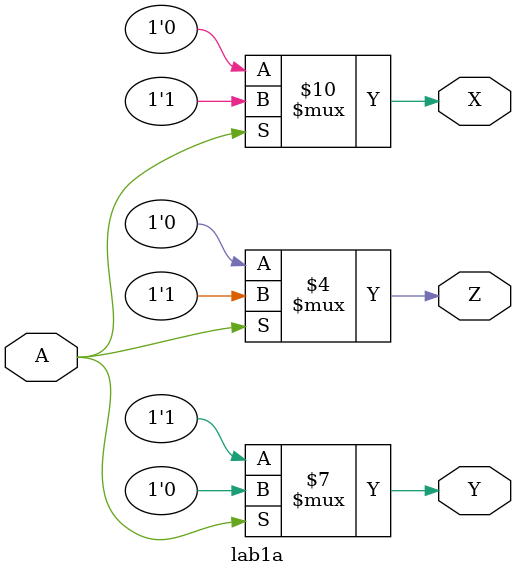
<source format=v>
module lab1a (A,X,Y,Z);
	input A;
	output X,Y,Z;
	
	reg X,Y,Z;
	
	always @ (A)
	begin //start of always block

		if (A==0)
		begin
			X=0;
			Y=1;
			Z=0;
		end
		
		else
		begin

			X=1;
			Y=0;
			Z=1;
		end
	end
endmodule
</source>
